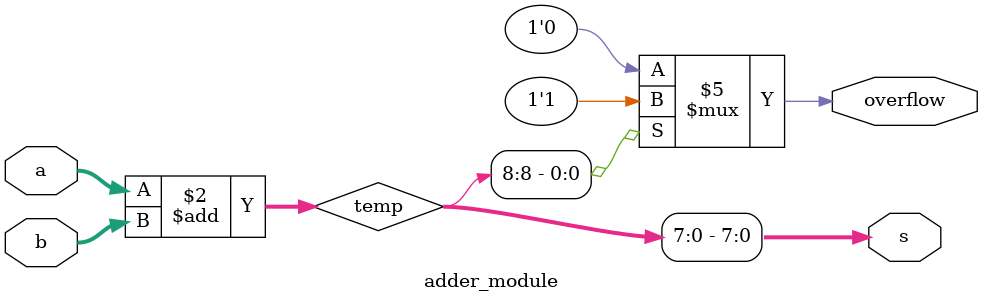
<source format=sv>
module top_module (
	input [7:0] a,
	input [7:0] b,
	output [7:0] s,
	output overflow
);

	// Declare internal signals
	wire [7:0] sum;
	reg overflow;

	// Adder module instantiation
	adder_module adder(
		.a(a),
		.b(b),
		.s(sum),
		.overflow(overflow)
	);

	// Assign output signals
	assign s = sum;

endmodule
module adder_module (
	input [7:0] a,
	input [7:0] b,
	output [7:0] s,
	output overflow
);
	reg [8:0] temp;

	// Adder logic
	always @* begin
		temp = a + b;	// Perform addition
		if (temp[8] == 1'b1)	// Check for overflow
			overflow = 1'b1;
		else
			overflow = 1'b0;
	end

	// Output assignment
	assign s = temp[7:0];

endmodule

</source>
